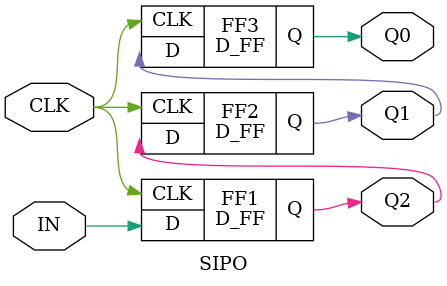
<source format=v>
`timescale 1ns / 1ps
module D_FF(Q,D,CLK);
input D,CLK;
output reg Q;
always @(posedge CLK)
Q = D;
initial Q = 1'b0;
endmodule

module SIPO(Q2,Q1,Q0,CLK,IN);
input CLK,IN;
output  Q2,Q1,Q0;

D_FF FF1 (.Q(Q2),.D(IN),.CLK(CLK));
D_FF FF2 (.Q(Q1),.D(Q2),.CLK(CLK));
D_FF FF3 (.Q(Q0),.D(Q1),.CLK(CLK));

endmodule

</source>
